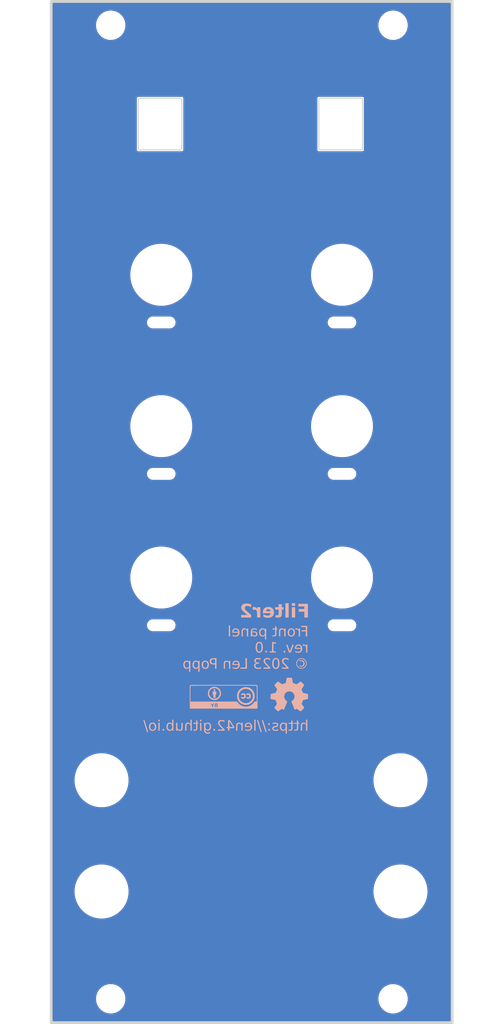
<source format=kicad_pcb>
(kicad_pcb (version 20221018) (generator pcbnew)
  (title_block (title "Eurorack Panel - Dual Filter Module") (date "2023-12-11") (rev "1.0") (company "Len Popp") (comment 1 "Copyright © 2023 Len Popp CC BY") (comment 2 "10 HP"))
  (layers (0 "F.Cu" signal) (31 "B.Cu" signal) (34 "B.Paste" user) (35 "F.Paste" user) (36 "B.SilkS" user "B.Silkscreen") (37 "F.SilkS" user "F.Silkscreen") (38 "B.Mask" user) (39 "F.Mask" user) (44 "Edge.Cuts" user))
  (property "MODULE" "Filter2")
  (net 0 "")
  (footprint "-lmp-holes:MountingHole_Panel_3.2mm_M3" (layer "F.Cu") (at 104.02 28.412)
    (fp_text reference "REF**" hide)
    (fp_text value "MountingHole_Panel_3.2mm_M3")
    (pad "" np_thru_hole circle (at 0 0) (size 3.2 3.2) (drill 3.2) (layers "*.Cu" "*.Mask"))
  )
  (footprint "-lmp-holes:MountingHole_Panel_3.2mm_M3" (layer "F.Cu") (at 104.02 150.912)
    (fp_text reference "REF**" hide)
    (fp_text value "MountingHole_Panel_3.2mm_M3")
    (pad "" np_thru_hole circle (at 0 0) (size 3.2 3.2) (drill 3.2) (layers "*.Cu" "*.Mask"))
  )
  (footprint "-lmp-holes:MountingHole_Panel_3.2mm_M3" (layer "F.Cu") (at 139.58 28.412)
    (fp_text reference "REF**" hide)
    (fp_text value "MountingHole_Panel_3.2mm_M3")
    (pad "" np_thru_hole circle (at 0 0) (size 3.2 3.2) (drill 3.2) (layers "*.Cu" "*.Mask"))
  )
  (footprint "-lmp-holes:MountingHole_Panel_3.2mm_M3" (layer "F.Cu") (at 139.58 150.912)
    (fp_text reference "REF**" hide)
    (fp_text value "MountingHole_Panel_3.2mm_M3")
    (pad "" np_thru_hole circle (at 0 0) (size 3.2 3.2) (drill 3.2) (layers "*.Cu" "*.Mask"))
  )
  (footprint "-lmp-holes:MountingHole_Jack_3.5mm_PJ398" (layer "F.Cu") (at 140.5128 123.412)
    (fp_text reference "REF**" hide)
    (fp_text value "MountingHole_Jack_3.5mm_PJ398")
    (pad "" np_thru_hole circle (at 0 0) (size 6.3 6.3) (drill 6.3) (layers "*.Cu" "*.Mask"))
  )
  (footprint "-lmp-holes:MountingHole_Pot_Alpha" (layer "F.Cu") (at 133.15 59.81)
    (fp_text reference "REF**" hide)
    (fp_text value "MountingHole_Pot_Alpha")
    (pad "" np_thru_hole circle (at 0 0) (size 7.3 7.3) (drill 7.3) (layers "*.Cu" "*.Mask"))
    (pad "" np_thru_hole oval (at 0 6) (size 3.1 1) (drill oval 3.1 1) (layers "F&B.Cu" "*.Mask"))
  )
  (footprint "-lmp-holes:MountingHole_Pot_Alpha" (layer "F.Cu") (at 133.15 97.91)
    (fp_text reference "REF**" hide)
    (fp_text value "MountingHole_Pot_Alpha")
    (pad "" np_thru_hole circle (at 0 0) (size 7.3 7.3) (drill 7.3) (layers "*.Cu" "*.Mask"))
    (pad "" np_thru_hole oval (at 0 6) (size 3.1 1) (drill oval 3.1 1) (layers "F&B.Cu" "*.Mask"))
  )
  (footprint "-lmp-holes:MountingHole_Jack_3.5mm_PJ398" (layer "F.Cu") (at 140.5128 137.412)
    (fp_text reference "REF**" hide)
    (fp_text value "MountingHole_Jack_3.5mm_PJ398")
    (pad "" np_thru_hole circle (at 0 0) (size 6.3 6.3) (drill 6.3) (layers "*.Cu" "*.Mask"))
  )
  (footprint "-lmp-holes:MountingHole_Pot_Alpha" (layer "F.Cu") (at 133.15 78.86)
    (fp_text reference "REF**" hide)
    (fp_text value "MountingHole_Pot_Alpha")
    (pad "" np_thru_hole circle (at 0 0) (size 7.3 7.3) (drill 7.3) (layers "*.Cu" "*.Mask"))
    (pad "" np_thru_hole oval (at 0 6) (size 3.1 1) (drill oval 3.1 1) (layers "F&B.Cu" "*.Mask"))
  )
  (footprint "-lmp-holes:MountingHole_Pot_Alpha" (layer "F.Cu") (at 110.39 97.91)
    (fp_text reference "REF**" hide)
    (fp_text value "MountingHole_Pot_Alpha")
    (pad "" np_thru_hole circle (at 0 0) (size 7.3 7.3) (drill 7.3) (layers "*.Cu" "*.Mask"))
    (pad "" np_thru_hole oval (at 0 6) (size 3.1 1) (drill oval 3.1 1) (layers "F&B.Cu" "*.Mask"))
  )
  (footprint "-lmp-holes:MountingHole_Jack_3.5mm_PJ398" (layer "F.Cu") (at 102.87 137.412)
    (fp_text reference "REF**" hide)
    (fp_text value "MountingHole_Jack_3.5mm_PJ398")
    (pad "" np_thru_hole circle (at 0 0) (size 6.3 6.3) (drill 6.3) (layers "*.Cu" "*.Mask"))
  )
  (footprint "-lmp-holes:MountingHole_Jack_3.5mm_PJ398" (layer "F.Cu") (at 102.87 123.412)
    (fp_text reference "REF**" hide)
    (fp_text value "MountingHole_Jack_3.5mm_PJ398")
    (pad "" np_thru_hole circle (at 0 0) (size 6.3 6.3) (drill 6.3) (layers "*.Cu" "*.Mask"))
  )
  (footprint "-lmp-holes:MountingHole_SW_Toggle_NKK_A24JP" (layer "F.Cu") (at 112.776 38.3032)
    (fp_text reference "REF**" hide)
    (fp_text value "MountingHole_SW_Toggle_NKK_A24JP")
    (fp_rect (start -5.29 -0.71) (end 0.21 5.79) (stroke (width 0.12)) (fill none) (layer "Edge.Cuts"))
  )
  (footprint "-lmp-holes:MountingHole_Pot_Alpha" (layer "F.Cu") (at 110.39 59.81)
    (fp_text reference "REF**" hide)
    (fp_text value "MountingHole_Pot_Alpha")
    (pad "" np_thru_hole circle (at 0 0) (size 7.3 7.3) (drill 7.3) (layers "*.Cu" "*.Mask"))
    (pad "" np_thru_hole oval (at 0 6) (size 3.1 1) (drill oval 3.1 1) (layers "F&B.Cu" "*.Mask"))
  )
  (footprint "-lmp-holes:MountingHole_Pot_Alpha" (layer "F.Cu") (at 110.39 78.86)
    (fp_text reference "REF**" hide)
    (fp_text value "MountingHole_Pot_Alpha")
    (pad "" np_thru_hole circle (at 0 0) (size 7.3 7.3) (drill 7.3) (layers "*.Cu" "*.Mask"))
    (pad "" np_thru_hole oval (at 0 6) (size 3.1 1) (drill oval 3.1 1) (layers "F&B.Cu" "*.Mask"))
  )
  (footprint "-lmp-holes:MountingHole_SW_Toggle_NKK_A24JP" (layer "F.Cu") (at 135.52 38.3032)
    (fp_text reference "REF**" hide)
    (fp_text value "MountingHole_SW_Toggle_NKK_A24JP")
    (fp_rect (start -5.29 -0.71) (end 0.21 5.79) (stroke (width 0.12)) (fill none) (layer "Edge.Cuts"))
  )
  (footprint "-lmp-misc:Logo_CC_BY" (layer "B.Cu") (at 118.252 112.9022 180)
    (fp_text reference "G1" hide)
    (fp_text value "LOGO" hide)
    (fp_poly (pts (xy 1.007728 -1.10891) (xy 1.049387 -1.134554) (xy 1.058333 -1.165687) (xy 1.039922 -1.20516) (xy 0.995527 -1.235496) (xy 0.941409 -1.250332) (xy 0.893826 -1.243305) (xy 0.881944 -1.234722) (xy 0.871604 -1.205116) (xy 0.867833 -1.160639) (xy 0.873749 -1.117666) (xy 0.900438 -1.102183) (xy 0.929602 -1.100667) (xy 1.007728 -1.10891)) (stroke (width 0.01)) (fill solid) (layer "B.SilkS"))
    (fp_poly (pts (xy 1.198591 0.946718) (xy 1.24453 0.917911) (xy 1.27384 0.871061) (xy 1.277828 0.813909) (xy 1.259491 0.769726) (xy 1.210366 0.728824) (xy 1.146002 0.723246) (xy 1.095375 0.742529) (xy 1.066734 0.780694) (xy 1.059449 0.837345) (xy 1.073909 0.894193) (xy 1.091595 0.919238) (xy 1.144715 0.94974) (xy 1.198591 0.946718)) (stroke (width 0.01)) (fill solid) (layer "B.SilkS"))
    (fp_poly (pts (xy 1.008624 -0.933911) (xy 1.031746 -0.945922) (xy 1.03403 -0.973783) (xy 1.033347 -0.978959) (xy 1.019822 -1.01226) (xy 0.983682 -1.028491) (xy 0.947208 -1.033153) (xy 0.895209 -1.034637) (xy 0.872834 -1.022459) (xy 0.867847 -0.98928) (xy 0.867833 -0.985528) (xy 0.872155 -0.95086) (xy 0.893029 -0.935299) (xy 0.942319 -0.931379) (xy 0.953972 -0.931334) (xy 1.008624 -0.933911)) (stroke (width 0.01)) (fill solid) (layer "B.SilkS"))
    (fp_poly (pts (xy 1.265371 0.674893) (xy 1.332164 0.667029) (xy 1.368521 0.652922) (xy 1.374168 0.64759) (xy 1.387404 0.607674) (xy 1.393405 0.532293) (xy 1.392634 0.451798) (xy 1.388574 0.368274) (xy 1.382243 0.318048) (xy 1.370829 0.292085) (xy 1.351516 0.281354) (xy 1.338791 0.278986) (xy 1.316623 0.273497) (xy 1.302673 0.259195) (xy 1.295045 0.227858) (xy 1.291842 0.171267) (xy 1.291168 0.081201) (xy 1.291166 0.072611) (xy 1.291166 -0.127) (xy 1.037166 -0.127) (xy 1.037166 0.072611) (xy 1.036608 0.165606) (xy 1.033668 0.224491) (xy 1.02645 0.257486) (xy 1.013056 0.272812) (xy 0.991591 0.278688) (xy 0.989541 0.278986) (xy 0.964679 0.286104) (xy 0.949697 0.304969) (xy 0.941426 0.345002) (xy 0.936694 0.415619) (xy 0.935704 0.438879) (xy 0.933742 0.541942) (xy 0.942403 0.610052) (xy 0.96854 0.650424) (xy 1.01901 0.670269) (xy 1.100668 0.676801) (xy 1.162319 0.677333) (xy 1.265371 0.674893)) (stroke (width 0.01)) (fill solid) (layer "B.SilkS"))
    (fp_poly (pts (xy -3.02103 0.424598) (xy -2.91672 0.387702) (xy -2.880305 0.364287) (xy -2.831233 0.316441) (xy -2.82357 0.27634) (xy -2.857298 0.243) (xy -2.878228 0.233015) (xy -2.927801 0.217368) (xy -2.96114 0.224786) (xy -2.981416 0.240625) (xy -3.034554 0.267504) (xy -3.099006 0.273562) (xy -3.155714 0.258594) (xy -3.175583 0.242714) (xy -3.193774 0.202761) (xy -3.208244 0.139832) (xy -3.212007 0.110423) (xy -3.207041 0.017637) (xy -3.176589 -0.051636) (xy -3.126708 -0.092927) (xy -3.063452 -0.101769) (xy -2.992878 -0.073694) (xy -2.977533 -0.062563) (xy -2.937359 -0.035025) (xy -2.905035 -0.032112) (xy -2.858844 -0.052225) (xy -2.856122 -0.053629) (xy -2.789721 -0.087967) (xy -2.839486 -0.141245) (xy -2.933756 -0.213414) (xy -3.043435 -0.250287) (xy -3.158803 -0.250035) (xy -3.254244 -0.219188) (xy -3.333304 -0.158345) (xy -3.387757 -0.072069) (xy -3.416357 0.029772) (xy -3.417861 0.13731) (xy -3.391023 0.240675) (xy -3.334599 0.329998) (xy -3.324795 0.340295) (xy -3.236756 0.400263) (xy -3.131605 0.428574) (xy -3.02103 0.424598)) (stroke (width 0.01)) (fill solid) (layer "B.SilkS"))
    (fp_poly (pts (xy -2.39168 0.425061) (xy -2.365422 0.419864) (xy -2.306453 0.398275) (xy -2.24476 0.363217) (xy -2.192613 0.323291) (xy -2.162283 0.287101) (xy -2.159 0.275127) (xy -2.176157 0.258362) (xy -2.218635 0.2336) (xy -2.231009 0.227502) (xy -2.279889 0.206692) (xy -2.308737 0.20668) (xy -2.334969 0.228531) (xy -2.340123 0.234165) (xy -2.393198 0.266129) (xy -2.45973 0.274255) (xy -2.512218 0.258537) (xy -2.546037 0.216053) (xy -2.568158 0.147925) (xy -2.574311 0.070185) (xy -2.570997 0.037874) (xy -2.542321 -0.039667) (xy -2.492697 -0.087999) (xy -2.430625 -0.10356) (xy -2.364608 -0.082791) (xy -2.335818 -0.060589) (xy -2.297118 -0.030981) (xy -2.260723 -0.028782) (xy -2.223329 -0.04199) (xy -2.176133 -0.065406) (xy -2.163143 -0.089267) (xy -2.183198 -0.124379) (xy -2.211106 -0.155875) (xy -2.296435 -0.218831) (xy -2.399927 -0.251253) (xy -2.508693 -0.251377) (xy -2.609839 -0.217439) (xy -2.619569 -0.211781) (xy -2.700833 -0.14597) (xy -2.749326 -0.06404) (xy -2.768556 0.041501) (xy -2.76827 0.105949) (xy -2.745638 0.232547) (xy -2.693649 0.330106) (xy -2.615317 0.396277) (xy -2.513656 0.428712) (xy -2.39168 0.425061)) (stroke (width 0.01)) (fill solid) (layer "B.SilkS"))
    (fp_poly (pts (xy -2.563057 1.182731) (xy -2.361828 1.123237) (xy -2.176836 1.028043) (xy -2.012387 0.898954) (xy -1.872787 0.737776) (xy -1.851627 0.706999) (xy -1.760969 0.533924) (xy -1.702324 0.341508) (xy -1.676332 0.138827) (xy -1.683633 -0.065038) (xy -1.724866 -0.261008) (xy -1.774419 -0.38896) (xy -1.88282 -0.569588) (xy -2.02332 -0.726553) (xy -2.190308 -0.855437) (xy -2.378175 -0.951818) (xy -2.558393 -1.006682) (xy -2.661676 -1.025313) (xy -2.752778 -1.032549) (xy -2.849774 -1.028779) (xy -2.963334 -1.015429) (xy -3.161479 -0.968309) (xy -3.342295 -0.883698) (xy -3.50892 -0.760016) (xy -3.553297 -0.718328) (xy -3.700506 -0.54945) (xy -3.806929 -0.371404) (xy -3.873687 -0.181037) (xy -3.901084 0.018874) (xy -3.687783 0.018874) (xy -3.657491 -0.157882) (xy -3.6048 -0.296334) (xy -3.539895 -0.400636) (xy -3.448266 -0.509609) (xy -3.342045 -0.611122) (xy -3.233365 -0.693046) (xy -3.174437 -0.726586) (xy -3.01123 -0.784497) (xy -2.833345 -0.810389) (xy -2.655039 -0.803099) (xy -2.54 -0.778349) (xy -2.383548 -0.714064) (xy -2.23681 -0.620867) (xy -2.110085 -0.506773) (xy -2.013669 -0.379796) (xy -2.002272 -0.359795) (xy -1.926639 -0.181924) (xy -1.889736 -0.003553) (xy -1.888625 0.171489) (xy -1.920364 0.339374) (xy -1.982014 0.496271) (xy -2.070635 0.638352) (xy -2.183288 0.761788) (xy -2.317032 0.862749) (xy -2.468928 0.937407) (xy -2.636035 0.981932) (xy -2.815414 0.992496) (xy -3.004125 0.965269) (xy -3.017095 0.961982) (xy -3.18983 0.896576) (xy -3.341128 0.799061) (xy -3.468467 0.674837) (xy -3.569325 0.529307) (xy -3.641178 0.367869) (xy -3.681505 0.195924) (xy -3.687783 0.018874) (xy -3.901084 0.018874) (xy -3.901897 0.024804) (xy -3.89365 0.240822) (xy -3.851504 0.433215) (xy -3.772288 0.615301) (xy -3.660959 0.781846) (xy -3.522476 0.927617) (xy -3.361796 1.047378) (xy -3.183877 1.135898) (xy -2.996996 1.187388) (xy -2.776215 1.204716) (xy -2.563057 1.182731)) (stroke (width 0.01)) (fill solid) (layer "B.SilkS"))
    (fp_poly (pts (xy 1.377307 1.219627) (xy 1.537281 1.160105) (xy 1.682469 1.068615) (xy 1.807111 0.946685) (xy 1.905443 0.795844) (xy 1.909413 0.787882) (xy 1.940321 0.722465) (xy 1.960425 0.668687) (xy 1.972035 0.614111) (xy 1.977464 0.5463) (xy 1.979023 0.452817) (xy 1.979083 0.413084) (xy 1.977975 0.304751) (xy 1.973402 0.226714) (xy 1.963487 0.166965) (xy 1.946354 0.113498) (xy 1.924445 0.06345) (xy 1.831411 -0.086953) (xy 1.708237 -0.212584) (xy 1.561218 -0.310224) (xy 1.396648 -0.376655) (xy 1.220825 -0.408659) (xy 1.040042 -0.403016) (xy 1.018548 -0.399695) (xy 0.861591 -0.353137) (xy 0.711567 -0.270809) (xy 0.576827 -0.159249) (xy 0.465722 -0.024998) (xy 0.405977 0.080051) (xy 0.378882 0.143162) (xy 0.361991 0.200848) (xy 0.352996 0.266663) (xy 0.349584 0.354157) (xy 0.349386 0.38893) (xy 0.500593 0.38893) (xy 0.510606 0.302508) (xy 0.536592 0.193771) (xy 0.574165 0.106276) (xy 0.63213 0.022779) (xy 0.683322 -0.035796) (xy 0.81069 -0.145244) (xy 0.953839 -0.216764) (xy 1.108269 -0.249085) (xy 1.269476 -0.24094) (xy 1.34649 -0.222717) (xy 1.49922 -0.157615) (xy 1.625396 -0.064388) (xy 1.723417 0.051265) (xy 1.791679 0.183645) (xy 1.828583 0.327053) (xy 1.832525 0.475789) (xy 1.801903 0.624155) (xy 1.735117 0.766451) (xy 1.654299 0.872386) (xy 1.547984 0.968323) (xy 1.43207 1.031456) (xy 1.296278 1.066311) (xy 1.191868 1.075973) (xy 1.097105 1.078188) (xy 1.028028 1.072995) (xy 0.96827 1.05784) (xy 0.902986 1.030864) (xy 0.760552 0.944352) (xy 0.645883 0.830942) (xy 0.562193 0.696593) (xy 0.512692 0.547269) (xy 0.500593 0.38893) (xy 0.349386 0.38893) (xy 0.34925 0.41275) (xy 0.350641 0.516588) (xy 0.356385 0.591778) (xy 0.368837 0.651959) (xy 0.39035 0.710769) (xy 0.407119 0.747943) (xy 0.489615 0.895944) (xy 0.586193 1.012456) (xy 0.704778 1.107466) (xy 0.866283 1.1911) (xy 1.036047 1.236653) (xy 1.208308 1.245652) (xy 1.377307 1.219627)) (stroke (width 0.01)) (fill solid) (layer "B.SilkS"))
    (fp_poly (pts (xy 4.22386 1.429564) (xy 4.275963 1.377461) (xy 4.270523 -0.057395) (xy 4.265083 -1.49225) (xy 0.019454 -1.497593) (xy -0.401443 -1.498054) (xy -0.811056 -1.498365) (xy -1.207377 -1.498531) (xy -1.588395 -1.498556) (xy -1.952102 -1.498445) (xy -2.296486 -1.498202) (xy -2.619538 -1.49783) (xy -2.919248 -1.497335) (xy -3.193607 -1.496719) (xy -3.440605 -1.495988) (xy -3.658231 -1.495145) (xy -3.844477 -1.494195) (xy -3.997332 -1.493142) (xy -4.114786 -1.491989) (xy -4.19483 -1.490742) (xy -4.235454 -1.489404) (xy -4.240338 -1.488774) (xy -4.242738 -1.465738) (xy -4.24501 -1.403866) (xy -4.24712 -1.306657) (xy -4.249033 -1.17761) (xy -4.250715 -1.020222) (xy -4.252132 -0.837992) (xy -4.253248 -0.634417) (xy -4.25403 -0.412996) (xy -4.254443 -0.177227) (xy -4.2545 -0.048427) (xy -4.2545 0.366183) (xy -4.169834 0.366183) (xy -4.169834 -0.613834) (xy -4.026959 -0.614379) (xy -3.884084 -0.614925) (xy -3.812144 -0.720966) (xy -3.692651 -0.864995) (xy -3.542152 -0.996181) (xy -3.371665 -1.106777) (xy -3.192209 -1.189035) (xy -3.108881 -1.21544) (xy -2.997957 -1.235421) (xy -2.862492 -1.245246) (xy -2.719048 -1.244881) (xy -2.584188 -1.234297) (xy -2.486239 -1.216626) (xy -2.272603 -1.14063) (xy -2.076159 -1.027636) (xy -1.902364 -0.881322) (xy -1.872569 -0.846667) (xy 0.783166 -0.846667) (xy 0.783166 -1.312334) (xy 0.917895 -1.312334) (xy 1.004895 -1.308401) (xy 1.064225 -1.294438) (xy 1.108395 -1.268464) (xy 1.153631 -1.212561) (xy 1.16015 -1.151895) (xy 1.127249 -1.095152) (xy 1.122761 -1.090924) (xy 1.095408 -1.06005) (xy 1.100119 -1.036022) (xy 1.112178 -1.022631) (xy 1.140542 -0.973664) (xy 1.127789 -0.922153) (xy 1.100666 -0.889) (xy 1.066252 -0.864363) (xy 1.017466 -0.851272) (xy 0.941826 -0.846789) (xy 0.92075 -0.846667) (xy 1.185789 -0.846667) (xy 1.270228 -0.984623) (xy 1.319 -1.071602) (xy 1.345387 -1.140404) (xy 1.354475 -1.205058) (xy 1.354666 -1.217456) (xy 1.35688 -1.276088) (xy 1.367744 -1.303811) (xy 1.393598 -1.311987) (xy 1.407583 -1.312334) (xy 1.440934 -1.308067) (xy 1.456279 -1.287521) (xy 1.460461 -1.23908) (xy 1.460563 -1.222375) (xy 1.468744 -1.154833) (xy 1.496329 -1.080912) (xy 1.543713 -0.994834) (xy 1.585033 -0.925149) (xy 1.606079 -0.883515) (xy 1.608913 -0.86202) (xy 1.595597 -0.852753) (xy 1.581496 -0.849898) (xy 1.555171 -0.849042) (xy 1.530909 -0.860656) (xy 1.501095 -0.89146) (xy 1.45812 -0.948175) (xy 1.437195 -0.977303) (xy 1.403307 -1.024763) (xy 1.352528 -0.935878) (xy 1.314063 -0.878532) (xy 1.2778 -0.852038) (xy 1.243769 -0.84683) (xy 1.185789 -0.846667) (xy 0.92075 -0.846667) (xy 0.783166 -0.846667) (xy -1.872569 -0.846667) (xy -1.783802 -0.743422) (xy -1.68774 -0.613834) (xy 4.191 -0.613834) (xy 4.191 0.366183) (xy 4.190708 0.611968) (xy 4.18979 0.818065) (xy 4.188178 0.987114) (xy 4.185805 1.121755) (xy 4.182605 1.224631) (xy 4.178511 1.298382) (xy 4.173457 1.345649) (xy 4.167375 1.369072) (xy 4.165599 1.3716) (xy 4.141594 1.374757) (xy 4.07774 1.377723) (xy 3.97652 1.380499) (xy 3.840418 1.383084) (xy 3.671917 1.385478) (xy 3.473502 1.387681) (xy 3.247656 1.389693) (xy 2.996862 1.391514) (xy 2.723604 1.393145) (xy 2.430367 1.394585) (xy 2.119632 1.395834) (xy 1.793885 1.396892) (xy 1.455608 1.397759) (xy 1.107285 1.398435) (xy 0.751401 1.398921) (xy 0.390438 1.399216) (xy 0.02688 1.39932) (xy -0.336789 1.399233) (xy -0.698086 1.398955) (xy -1.054526 1.398487) (xy -1.403627 1.397827) (xy -1.742905 1.396977) (xy -2.069875 1.395936) (xy -2.382055 1.394704) (xy -2.676961 1.393282) (xy -2.952109 1.391668) (xy -3.205015 1.389864) (xy -3.433196 1.387869) (xy -3.634169 1.385683) (xy -3.805449 1.383306) (xy -3.944553 1.380738) (xy -4.048998 1.37798) (xy -4.116299 1.37503) (xy -4.143973 1.37189) (xy -4.144434 1.3716) (xy -4.150797 1.353998) (xy -4.156114 1.313246) (xy -4.160454 1.246703) (xy -4.163882 1.151728) (xy -4.166465 1.025681) (xy -4.168271 0.865919) (xy -4.169365 0.669804) (xy -4.169814 0.434693) (xy -4.169834 0.366183) (xy -4.2545 0.366183) (xy -4.2545 1.377757) (xy -4.202546 1.429712) (xy -4.150591 1.481666) (xy 4.171757 1.481666) (xy 4.22386 1.429564)) (stroke (width 0.01)) (fill solid) (layer "B.SilkS"))
  )
  (footprint "-lmp-misc:Logo_OSHW" (layer "B.Cu") (at 126.507 112.6482 180)
    (fp_text reference "G3" hide)
    (fp_text value "LOGO" hide)
    (fp_poly (pts (xy 0.332309 2.043907) (xy 0.341381 1.998069) (xy 0.354628 1.929173) (xy 0.370495 1.845389) (xy 0.38743 1.75489) (xy 0.393386 1.722796) (xy 0.437401 1.485029) (xy 0.657063 1.393795) (xy 0.74497 1.357921) (xy 0.808749 1.333741) (xy 0.853195 1.319859) (xy 0.883107 1.31488) (xy 0.903282 1.317408) (xy 0.9098 1.320262) (xy 0.933551 1.334917) (xy 0.978298 1.364246) (xy 1.038939 1.404842) (xy 1.110374 1.453296) (xy 1.165969 1.491371) (xy 1.240949 1.542833) (xy 1.307718 1.588474) (xy 1.361493 1.625041) (xy 1.397494 1.649281) (xy 1.409956 1.657414) (xy 1.427811 1.652955) (xy 1.463227 1.627667) (xy 1.517172 1.58073) (xy 1.590613 1.511323) (xy 1.644039 1.458948) (xy 1.711608 1.391108) (xy 1.771268 1.329438) (xy 1.819306 1.277919) (xy 1.852008 1.240535) (xy 1.865664 1.221267) (xy 1.865677 1.221226) (xy 1.859691 1.197676) (xy 1.835212 1.150604) (xy 1.793183 1.081596) (xy 1.734543 0.992239) (xy 1.697471 0.937781) (xy 1.520815 0.68096) (xy 1.619383 0.452127) (xy 1.659348 0.362713) (xy 1.694168 0.291444) (xy 1.72197 0.241872) (xy 1.740879 0.217552) (xy 1.744007 0.215831) (xy 1.767564 0.210654) (xy 1.816769 0.200917) (xy 1.886021 0.187693) (xy 1.969721 0.172052) (xy 2.047875 0.157689) (xy 2.138232 0.140363) (xy 2.217638 0.123538) (xy 2.280838 0.108457) (xy 2.322577 0.096363) (xy 2.33735 0.089224) (xy 2.341052 0.068346) (xy 2.344296 0.021045) (xy 2.34688 -0.047351) (xy 2.348601 -0.131515) (xy 2.349256 -0.224274) (xy 2.34874 -0.336892) (xy 2.346841 -0.421041) (xy 2.343351 -0.479979) (xy 2.33806 -0.516966) (xy 2.330759 -0.535262) (xy 2.329202 -0.536832) (xy 2.307564 -0.54503) (xy 2.260103 -0.557343) (xy 2.192292 -0.572534) (xy 2.109605 -0.589367) (xy 2.031546 -0.604073) (xy 1.940736 -0.621377) (xy 1.860376 -0.638211) (xy 1.795872 -0.653319) (xy 1.752632 -0.665446) (xy 1.736595 -0.672515) (xy 1.722252 -0.695942) (xy 1.700812 -0.741547) (xy 1.674629 -0.803127) (xy 1.646056 -0.87448) (xy 1.617445 -0.949405) (xy 1.591149 -1.021699) (xy 1.569521 -1.085159) (xy 1.554912 -1.133585) (xy 1.549677 -1.160773) (xy 1.550241 -1.163788) (xy 1.562554 -1.182573) (xy 1.589739 -1.222789) (xy 1.628605 -1.279753) (xy 1.675959 -1.348785) (xy 1.717281 -1.408788) (xy 1.768237 -1.483332) (xy 1.812217 -1.548959) (xy 1.846284 -1.601179) (xy 1.867501 -1.635506) (xy 1.873249 -1.647126) (xy 1.862515 -1.661602) (xy 1.832595 -1.694758) (xy 1.786914 -1.742986) (xy 1.728898 -1.802678) (xy 1.661972 -1.870225) (xy 1.652489 -1.879701) (xy 1.570583 -1.960422) (xy 1.507752 -2.019804) (xy 1.461587 -2.059887) (xy 1.429677 -2.082708) (xy 1.409614 -2.090306) (xy 1.404428 -2.089563) (xy 1.382638 -2.077373) (xy 1.339761 -2.050325) (xy 1.280786 -2.011678) (xy 1.210703 -1.964685) (xy 1.15767 -1.928544) (xy 1.084231 -1.878624) (xy 1.019809 -1.835701) (xy 0.968968 -1.802746) (xy 0.936274 -1.782731) (xy 0.926456 -1.778) (xy 0.907758 -1.784814) (xy 0.868466 -1.802925) (xy 0.816075 -1.82883) (xy 0.799669 -1.837215) (xy 0.745513 -1.863547) (xy 0.702661 -1.881495) (xy 0.678317 -1.888138) (xy 0.675671 -1.887463) (xy 0.666195 -1.869527) (xy 0.646683 -1.826283) (xy 0.61885 -1.761921) (xy 0.584411 -1.680627) (xy 0.545081 -1.586591) (xy 0.502576 -1.484001) (xy 0.458609 -1.377043) (xy 0.414897 -1.269908) (xy 0.373154 -1.166782) (xy 0.335095 -1.071855) (xy 0.302436 -0.989313) (xy 0.276891 -0.923346) (xy 0.260175 -0.878141) (xy 0.254004 -0.857887) (xy 0.254 -0.857727) (xy 0.267057 -0.831175) (xy 0.291181 -0.813655) (xy 0.320082 -0.795098) (xy 0.363545 -0.760996) (xy 0.413339 -0.717903) (xy 0.425838 -0.706469) (xy 0.521321 -0.598253) (xy 0.589436 -0.478327) (xy 0.630082 -0.350658) (xy 0.64316 -0.219214) (xy 0.628567 -0.087962) (xy 0.586205 0.039131) (xy 0.515973 0.158097) (xy 0.449685 0.234902) (xy 0.34119 0.322392) (xy 0.220313 0.382989) (xy 0.091552 0.416695) (xy -0.040598 0.423509) (xy -0.171639 0.403432) (xy -0.297073 0.356462) (xy -0.412405 0.282601) (xy -0.465561 0.234902) (xy -0.555494 0.124047) (xy -0.617486 0.002268) (xy -0.651637 -0.126466) (xy -0.658048 -0.258188) (xy -0.636819 -0.38893) (xy -0.588051 -0.514725) (xy -0.511844 -0.631606) (xy -0.441714 -0.706469) (xy -0.391624 -0.750788) (xy -0.345801 -0.787757) (xy -0.31248 -0.810824) (xy -0.307057 -0.813655) (xy -0.278822 -0.836047) (xy -0.269875 -0.857727) (xy -0.275742 -0.877259) (xy -0.292199 -0.921853) (xy -0.317531 -0.987321) (xy -0.350023 -1.069475) (xy -0.38796 -1.164127) (xy -0.429627 -1.267088) (xy -0.473309 -1.374171) (xy -0.517291 -1.481187) (xy -0.559858 -1.583949) (xy -0.599294 -1.678267) (xy -0.633886 -1.759955) (xy -0.661917 -1.824823) (xy -0.681673 -1.868683) (xy -0.691439 -1.887349) (xy -0.691547 -1.887463) (xy -0.708781 -1.884865) (xy -0.74673 -1.87007) (xy -0.79819 -1.845995) (xy -0.815545 -1.837215) (xy -0.87027 -1.809724) (xy -0.914006 -1.789018) (xy -0.939274 -1.778598) (xy -0.942068 -1.778) (xy -0.958281 -1.786545) (xy -0.99619 -1.81026) (xy -1.051371 -1.846265) (xy -1.119398 -1.891677) (xy -1.185816 -1.93675) (xy -1.261905 -1.988112) (xy -1.329536 -2.03255) (xy -1.38415 -2.067164) (xy -1.42119 -2.089057) (xy -1.43553 -2.0955) (xy -1.45167 -2.084739) (xy -1.486309 -2.054764) (xy -1.535721 -2.00903) (xy -1.59618 -1.950995) (xy -1.663958 -1.884116) (xy -1.671057 -1.877013) (xy -1.738416 -1.808944) (xy -1.797325 -1.748305) (xy -1.844348 -1.698724) (xy -1.87605 -1.66383) (xy -1.888994 -1.647251) (xy -1.889125 -1.646708) (xy -1.880529 -1.630386) (xy -1.856698 -1.592506) (xy -1.820567 -1.537547) (xy -1.775072 -1.469987) (xy -1.733157 -1.408788) (xy -1.681353 -1.333531) (xy -1.635515 -1.266643) (xy -1.598836 -1.212805) (xy -1.574507 -1.176699) (xy -1.566117 -1.163788) (xy -1.568212 -1.143868) (xy -1.580361 -1.100924) (xy -1.600208 -1.04116) (xy -1.625402 -0.970779) (xy -1.653588 -0.895982) (xy -1.682414 -0.822973) (xy -1.709526 -0.757956) (xy -1.732571 -0.707131) (xy -1.749196 -0.676703) (xy -1.752471 -0.672589) (xy -1.773188 -0.664012) (xy -1.819798 -0.651325) (xy -1.886901 -0.635788) (xy -1.969098 -0.618661) (xy -2.047875 -0.603599) (xy -2.138935 -0.586192) (xy -2.219747 -0.56945) (xy -2.28486 -0.554608) (xy -2.328819 -0.542897) (xy -2.345532 -0.536285) (xy -2.353122 -0.52039) (xy -2.35869 -0.484937) (xy -2.362422 -0.426925) (xy -2.364508 -0.343353) (xy -2.365136 -0.23122) (xy -2.365132 -0.224274) (xy -2.364454 -0.129816) (xy -2.362715 -0.045899) (xy -2.360116 0.022149) (xy -2.356862 0.069001) (xy -2.353226 0.089224) (xy -2.334501 0.097698) (xy -2.28973 0.110242) (xy -2.224168 0.125615) (xy -2.143071 0.142573) (xy -2.06375 0.157689) (xy -1.972185 0.174539) (xy -1.890317 0.189882) (xy -1.823748 0.202646) (xy -1.778075 0.211759) (xy -1.759883 0.215831) (xy -1.743498 0.23326) (xy -1.717751 0.276831) (xy -1.684515 0.342991) (xy -1.645665 0.428188) (xy -1.635259 0.452127) (xy -1.536691 0.68096) (xy -1.713347 0.937781) (xy -1.780321 1.037176) (xy -1.831178 1.117053) (xy -1.864977 1.175825) (xy -1.880778 1.211907) (xy -1.881553 1.221226) (xy -1.867997 1.240398) (xy -1.835375 1.277706) (xy -1.787401 1.329167) (xy -1.727787 1.390799) (xy -1.660247 1.458619) (xy -1.659915 1.458948) (xy -1.573506 1.542945) (xy -1.507347 1.603693) (xy -1.460731 1.641791) (xy -1.432952 1.657841) (xy -1.425832 1.657743) (xy -1.406307 1.644973) (xy -1.365455 1.617396) (xy -1.30806 1.57827) (xy -1.238906 1.530853) (xy -1.182688 1.492145) (xy -1.106717 1.440046) (xy -1.037755 1.393314) (xy -0.980931 1.355382) (xy -0.941376 1.329681) (xy -0.92652 1.320706) (xy -0.909039 1.315224) (xy -0.884577 1.316423) (xy -0.848256 1.32571) (xy -0.7952 1.344489) (xy -0.720531 1.374168) (xy -0.672939 1.393795) (xy -0.453277 1.485029) (xy -0.409262 1.722796) (xy -0.392321 1.813715) (xy -0.375898 1.900809) (xy -0.361547 1.975906) (xy -0.35082 2.030837) (xy -0.348185 2.043907) (xy -0.331124 2.12725) (xy 0.315248 2.12725) (xy 0.332309 2.043907)) (stroke (width 0.01)) (fill solid) (layer "B.SilkS"))
  )
  (gr_line (start 96.52 153.912) (end 96.52 25.412) (stroke (width 0.3556)) (layer "Edge.Cuts"))
  (gr_line (start 147.02 25.412) (end 147.02 153.912) (stroke (width 0.3556)) (layer "Edge.Cuts"))
  (gr_line (start 96.52 25.412) (end 147.02 25.412) (stroke (width 0.3556)) (layer "Edge.Cuts"))
  (gr_line (start 147.02 153.912) (end 96.52 153.912) (stroke (width 0.3556)) (layer "Edge.Cuts"))
  (gr_text "rev. ${REVISION}" (at 128.954675 106.8062) (layer "B.SilkS") (effects (font (size 1.3 1.3)) (justify left mirror)))
  (gr_text "© 2023 Len Popp" (at 128.954675 108.8382) (layer "B.SilkS") (effects (font (size 1.3 1.3)) (justify left mirror)))
  (gr_text "Front panel" (at 128.9454 104.7742) (layer "B.SilkS") (effects (font (size 1.3 1.3)) (justify left mirror)))
  (gr_text "${MODULE}" (at 129.0724 102.2342) (layer "B.SilkS") (effects (font (size 1.7 1.7) (thickness 0.34) bold) (justify left mirror)))
  (gr_text "https://len42.github.io/" (at 128.954675 116.636) (layer "B.SilkS") (effects (font (size 1.3 1.3) (thickness 0.1524)) (justify left mirror)))
  (zone (net 0) (net_name "") (layers "F&B.Cu") (connect_pads (clearance 0.2032)) (min_thickness 0.2032) (fill yes (thermal_gap 0.508) (thermal_bridge_width 0.508))
    (polygon (pts (xy 147.12 154.012) (xy 96.42 154.012) (xy 96.42 25.312) (xy 147.12 25.312)))
  )
)
</source>
